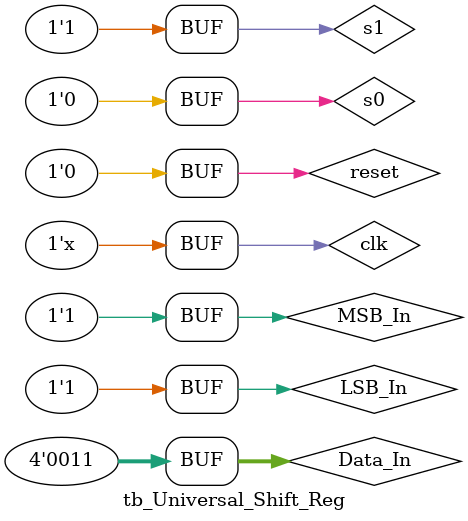
<source format=v>

module tb_Universal_Shift_Reg(); 

reg [3: 0] Data_In; 
reg MSB_In, LSB_In,s1, s0, reset; 
reg clk=0; 
wire [3: 0] Data_Out; 
wire MSB_out,LSB_out;

 Universal_Shift_Reg  DUT (Data_Out,MSB_out,LSB_out,Data_In,MSB_In, LSB_In, s1, s0, clk, reset); 
 
 always #5 clk = ~clk;
 
 initial
 begin
 
Data_In=4'b0000; MSB_In=1'b0; LSB_In=1'b0;s1=1'b0; s0=1'b0; reset=1'b1;  // reset machine
#10Data_In=4'b1111; MSB_In=1'b1; LSB_In=1'b1;s1=1'b1; s0=1'b1; reset=1'b0;  //parallel load Data_In to Data_out
#10Data_In=4'b0100; MSB_In=1'b1; LSB_In=1'b1;s1=1'b1; s0=1'b1; reset=1'b0;  //parallel load Data_In to Data_out
#10Data_In=4'b1100; MSB_In=1'b1; LSB_In=1'b1;s1=1'b0; s0=1'b0; reset=1'b0;  // Serial shift from MSB
#10Data_In=4'b0011; MSB_In=1'b1; LSB_In=1'b1;s1=1'b0; s0=1'b1; reset=1'b1;  // Serial shift from MSB
#10Data_In=4'b1100; MSB_In=1'b1; LSB_In=1'b1;s1=1'b1; s0=1'b0; reset=1'b0;  // Serial shift from LSB 
#10Data_In=4'b0011; MSB_In=1'b1; LSB_In=1'b1;s1=1'b1; s0=1'b0; reset=1'b0;  // Serial shift from LSB 
#10Data_In=4'b1100; MSB_In=1'b1; LSB_In=1'b1;s1=1'b1; s0=1'b0; reset=1'b0;  // // Hold 
#10Data_In=4'b0011; MSB_In=1'b1; LSB_In=1'b1;s1=1'b1; s0=1'b0; reset=1'b0;  // // Hold 

end 
endmodule


</source>
